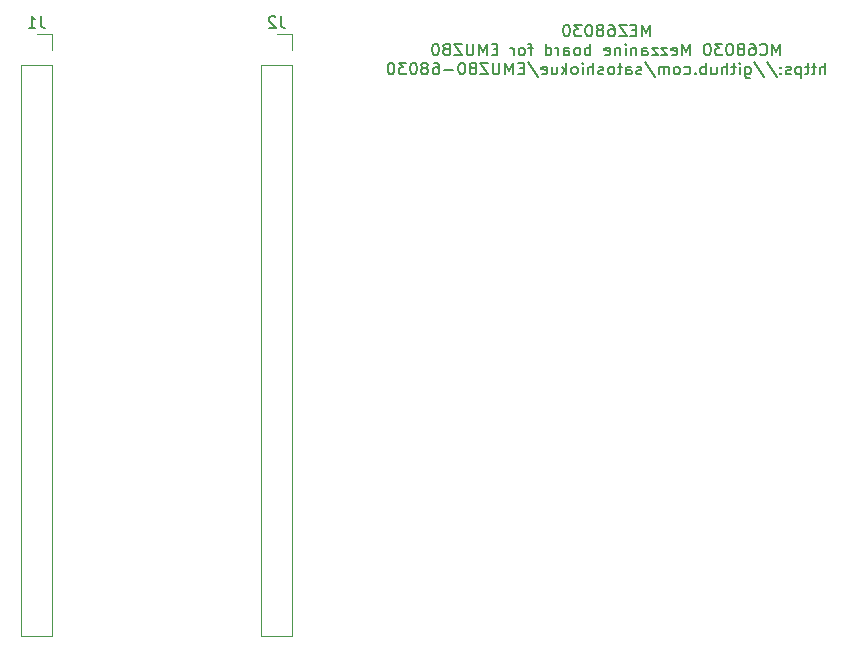
<source format=gbo>
G04 #@! TF.GenerationSoftware,KiCad,Pcbnew,(6.0.10-0)*
G04 #@! TF.CreationDate,2022-12-27T17:00:43+09:00*
G04 #@! TF.ProjectId,MEZ68030,4d455a36-3830-4333-902e-6b696361645f,A*
G04 #@! TF.SameCoordinates,PX5f5e100PY8f0d180*
G04 #@! TF.FileFunction,Legend,Bot*
G04 #@! TF.FilePolarity,Positive*
%FSLAX46Y46*%
G04 Gerber Fmt 4.6, Leading zero omitted, Abs format (unit mm)*
G04 Created by KiCad (PCBNEW (6.0.10-0)) date 2022-12-27 17:00:43*
%MOMM*%
%LPD*%
G01*
G04 APERTURE LIST*
%ADD10C,0.200000*%
%ADD11C,0.150000*%
%ADD12C,0.120000*%
G04 APERTURE END LIST*
D10*
X55712857Y53862620D02*
X55712857Y54862620D01*
X55379523Y54148334D01*
X55046190Y54862620D01*
X55046190Y53862620D01*
X54570000Y54386429D02*
X54236666Y54386429D01*
X54093809Y53862620D02*
X54570000Y53862620D01*
X54570000Y54862620D01*
X54093809Y54862620D01*
X53760476Y54862620D02*
X53093809Y54862620D01*
X53760476Y53862620D01*
X53093809Y53862620D01*
X52284285Y54862620D02*
X52474761Y54862620D01*
X52570000Y54815000D01*
X52617619Y54767381D01*
X52712857Y54624524D01*
X52760476Y54434048D01*
X52760476Y54053096D01*
X52712857Y53957858D01*
X52665238Y53910239D01*
X52570000Y53862620D01*
X52379523Y53862620D01*
X52284285Y53910239D01*
X52236666Y53957858D01*
X52189047Y54053096D01*
X52189047Y54291191D01*
X52236666Y54386429D01*
X52284285Y54434048D01*
X52379523Y54481667D01*
X52570000Y54481667D01*
X52665238Y54434048D01*
X52712857Y54386429D01*
X52760476Y54291191D01*
X51617619Y54434048D02*
X51712857Y54481667D01*
X51760476Y54529286D01*
X51808095Y54624524D01*
X51808095Y54672143D01*
X51760476Y54767381D01*
X51712857Y54815000D01*
X51617619Y54862620D01*
X51427142Y54862620D01*
X51331904Y54815000D01*
X51284285Y54767381D01*
X51236666Y54672143D01*
X51236666Y54624524D01*
X51284285Y54529286D01*
X51331904Y54481667D01*
X51427142Y54434048D01*
X51617619Y54434048D01*
X51712857Y54386429D01*
X51760476Y54338810D01*
X51808095Y54243572D01*
X51808095Y54053096D01*
X51760476Y53957858D01*
X51712857Y53910239D01*
X51617619Y53862620D01*
X51427142Y53862620D01*
X51331904Y53910239D01*
X51284285Y53957858D01*
X51236666Y54053096D01*
X51236666Y54243572D01*
X51284285Y54338810D01*
X51331904Y54386429D01*
X51427142Y54434048D01*
X50617619Y54862620D02*
X50522380Y54862620D01*
X50427142Y54815000D01*
X50379523Y54767381D01*
X50331904Y54672143D01*
X50284285Y54481667D01*
X50284285Y54243572D01*
X50331904Y54053096D01*
X50379523Y53957858D01*
X50427142Y53910239D01*
X50522380Y53862620D01*
X50617619Y53862620D01*
X50712857Y53910239D01*
X50760476Y53957858D01*
X50808095Y54053096D01*
X50855714Y54243572D01*
X50855714Y54481667D01*
X50808095Y54672143D01*
X50760476Y54767381D01*
X50712857Y54815000D01*
X50617619Y54862620D01*
X49950952Y54862620D02*
X49331904Y54862620D01*
X49665238Y54481667D01*
X49522380Y54481667D01*
X49427142Y54434048D01*
X49379523Y54386429D01*
X49331904Y54291191D01*
X49331904Y54053096D01*
X49379523Y53957858D01*
X49427142Y53910239D01*
X49522380Y53862620D01*
X49808095Y53862620D01*
X49903333Y53910239D01*
X49950952Y53957858D01*
X48712857Y54862620D02*
X48617619Y54862620D01*
X48522380Y54815000D01*
X48474761Y54767381D01*
X48427142Y54672143D01*
X48379523Y54481667D01*
X48379523Y54243572D01*
X48427142Y54053096D01*
X48474761Y53957858D01*
X48522380Y53910239D01*
X48617619Y53862620D01*
X48712857Y53862620D01*
X48808095Y53910239D01*
X48855714Y53957858D01*
X48903333Y54053096D01*
X48950952Y54243572D01*
X48950952Y54481667D01*
X48903333Y54672143D01*
X48855714Y54767381D01*
X48808095Y54815000D01*
X48712857Y54862620D01*
X66784285Y52252620D02*
X66784285Y53252620D01*
X66450952Y52538334D01*
X66117619Y53252620D01*
X66117619Y52252620D01*
X65070000Y52347858D02*
X65117619Y52300239D01*
X65260476Y52252620D01*
X65355714Y52252620D01*
X65498571Y52300239D01*
X65593809Y52395477D01*
X65641428Y52490715D01*
X65689047Y52681191D01*
X65689047Y52824048D01*
X65641428Y53014524D01*
X65593809Y53109762D01*
X65498571Y53205000D01*
X65355714Y53252620D01*
X65260476Y53252620D01*
X65117619Y53205000D01*
X65070000Y53157381D01*
X64212857Y53252620D02*
X64403333Y53252620D01*
X64498571Y53205000D01*
X64546190Y53157381D01*
X64641428Y53014524D01*
X64689047Y52824048D01*
X64689047Y52443096D01*
X64641428Y52347858D01*
X64593809Y52300239D01*
X64498571Y52252620D01*
X64308095Y52252620D01*
X64212857Y52300239D01*
X64165238Y52347858D01*
X64117619Y52443096D01*
X64117619Y52681191D01*
X64165238Y52776429D01*
X64212857Y52824048D01*
X64308095Y52871667D01*
X64498571Y52871667D01*
X64593809Y52824048D01*
X64641428Y52776429D01*
X64689047Y52681191D01*
X63546190Y52824048D02*
X63641428Y52871667D01*
X63689047Y52919286D01*
X63736666Y53014524D01*
X63736666Y53062143D01*
X63689047Y53157381D01*
X63641428Y53205000D01*
X63546190Y53252620D01*
X63355714Y53252620D01*
X63260476Y53205000D01*
X63212857Y53157381D01*
X63165238Y53062143D01*
X63165238Y53014524D01*
X63212857Y52919286D01*
X63260476Y52871667D01*
X63355714Y52824048D01*
X63546190Y52824048D01*
X63641428Y52776429D01*
X63689047Y52728810D01*
X63736666Y52633572D01*
X63736666Y52443096D01*
X63689047Y52347858D01*
X63641428Y52300239D01*
X63546190Y52252620D01*
X63355714Y52252620D01*
X63260476Y52300239D01*
X63212857Y52347858D01*
X63165238Y52443096D01*
X63165238Y52633572D01*
X63212857Y52728810D01*
X63260476Y52776429D01*
X63355714Y52824048D01*
X62546190Y53252620D02*
X62450952Y53252620D01*
X62355714Y53205000D01*
X62308095Y53157381D01*
X62260476Y53062143D01*
X62212857Y52871667D01*
X62212857Y52633572D01*
X62260476Y52443096D01*
X62308095Y52347858D01*
X62355714Y52300239D01*
X62450952Y52252620D01*
X62546190Y52252620D01*
X62641428Y52300239D01*
X62689047Y52347858D01*
X62736666Y52443096D01*
X62784285Y52633572D01*
X62784285Y52871667D01*
X62736666Y53062143D01*
X62689047Y53157381D01*
X62641428Y53205000D01*
X62546190Y53252620D01*
X61879523Y53252620D02*
X61260476Y53252620D01*
X61593809Y52871667D01*
X61450952Y52871667D01*
X61355714Y52824048D01*
X61308095Y52776429D01*
X61260476Y52681191D01*
X61260476Y52443096D01*
X61308095Y52347858D01*
X61355714Y52300239D01*
X61450952Y52252620D01*
X61736666Y52252620D01*
X61831904Y52300239D01*
X61879523Y52347858D01*
X60641428Y53252620D02*
X60546190Y53252620D01*
X60450952Y53205000D01*
X60403333Y53157381D01*
X60355714Y53062143D01*
X60308095Y52871667D01*
X60308095Y52633572D01*
X60355714Y52443096D01*
X60403333Y52347858D01*
X60450952Y52300239D01*
X60546190Y52252620D01*
X60641428Y52252620D01*
X60736666Y52300239D01*
X60784285Y52347858D01*
X60831904Y52443096D01*
X60879523Y52633572D01*
X60879523Y52871667D01*
X60831904Y53062143D01*
X60784285Y53157381D01*
X60736666Y53205000D01*
X60641428Y53252620D01*
X59117619Y52252620D02*
X59117619Y53252620D01*
X58784285Y52538334D01*
X58450952Y53252620D01*
X58450952Y52252620D01*
X57593809Y52300239D02*
X57689047Y52252620D01*
X57879523Y52252620D01*
X57974761Y52300239D01*
X58022380Y52395477D01*
X58022380Y52776429D01*
X57974761Y52871667D01*
X57879523Y52919286D01*
X57689047Y52919286D01*
X57593809Y52871667D01*
X57546190Y52776429D01*
X57546190Y52681191D01*
X58022380Y52585953D01*
X57212857Y52919286D02*
X56689047Y52919286D01*
X57212857Y52252620D01*
X56689047Y52252620D01*
X56403333Y52919286D02*
X55879523Y52919286D01*
X56403333Y52252620D01*
X55879523Y52252620D01*
X55070000Y52252620D02*
X55070000Y52776429D01*
X55117619Y52871667D01*
X55212857Y52919286D01*
X55403333Y52919286D01*
X55498571Y52871667D01*
X55070000Y52300239D02*
X55165238Y52252620D01*
X55403333Y52252620D01*
X55498571Y52300239D01*
X55546190Y52395477D01*
X55546190Y52490715D01*
X55498571Y52585953D01*
X55403333Y52633572D01*
X55165238Y52633572D01*
X55070000Y52681191D01*
X54593809Y52919286D02*
X54593809Y52252620D01*
X54593809Y52824048D02*
X54546190Y52871667D01*
X54450952Y52919286D01*
X54308095Y52919286D01*
X54212857Y52871667D01*
X54165238Y52776429D01*
X54165238Y52252620D01*
X53689047Y52252620D02*
X53689047Y52919286D01*
X53689047Y53252620D02*
X53736666Y53205000D01*
X53689047Y53157381D01*
X53641428Y53205000D01*
X53689047Y53252620D01*
X53689047Y53157381D01*
X53212857Y52919286D02*
X53212857Y52252620D01*
X53212857Y52824048D02*
X53165238Y52871667D01*
X53070000Y52919286D01*
X52927142Y52919286D01*
X52831904Y52871667D01*
X52784285Y52776429D01*
X52784285Y52252620D01*
X51927142Y52300239D02*
X52022380Y52252620D01*
X52212857Y52252620D01*
X52308095Y52300239D01*
X52355714Y52395477D01*
X52355714Y52776429D01*
X52308095Y52871667D01*
X52212857Y52919286D01*
X52022380Y52919286D01*
X51927142Y52871667D01*
X51879523Y52776429D01*
X51879523Y52681191D01*
X52355714Y52585953D01*
X50689047Y52252620D02*
X50689047Y53252620D01*
X50689047Y52871667D02*
X50593809Y52919286D01*
X50403333Y52919286D01*
X50308095Y52871667D01*
X50260476Y52824048D01*
X50212857Y52728810D01*
X50212857Y52443096D01*
X50260476Y52347858D01*
X50308095Y52300239D01*
X50403333Y52252620D01*
X50593809Y52252620D01*
X50689047Y52300239D01*
X49641428Y52252620D02*
X49736666Y52300239D01*
X49784285Y52347858D01*
X49831904Y52443096D01*
X49831904Y52728810D01*
X49784285Y52824048D01*
X49736666Y52871667D01*
X49641428Y52919286D01*
X49498571Y52919286D01*
X49403333Y52871667D01*
X49355714Y52824048D01*
X49308095Y52728810D01*
X49308095Y52443096D01*
X49355714Y52347858D01*
X49403333Y52300239D01*
X49498571Y52252620D01*
X49641428Y52252620D01*
X48450952Y52252620D02*
X48450952Y52776429D01*
X48498571Y52871667D01*
X48593809Y52919286D01*
X48784285Y52919286D01*
X48879523Y52871667D01*
X48450952Y52300239D02*
X48546190Y52252620D01*
X48784285Y52252620D01*
X48879523Y52300239D01*
X48927142Y52395477D01*
X48927142Y52490715D01*
X48879523Y52585953D01*
X48784285Y52633572D01*
X48546190Y52633572D01*
X48450952Y52681191D01*
X47974761Y52252620D02*
X47974761Y52919286D01*
X47974761Y52728810D02*
X47927142Y52824048D01*
X47879523Y52871667D01*
X47784285Y52919286D01*
X47689047Y52919286D01*
X46927142Y52252620D02*
X46927142Y53252620D01*
X46927142Y52300239D02*
X47022380Y52252620D01*
X47212857Y52252620D01*
X47308095Y52300239D01*
X47355714Y52347858D01*
X47403333Y52443096D01*
X47403333Y52728810D01*
X47355714Y52824048D01*
X47308095Y52871667D01*
X47212857Y52919286D01*
X47022380Y52919286D01*
X46927142Y52871667D01*
X45831904Y52919286D02*
X45450952Y52919286D01*
X45689047Y52252620D02*
X45689047Y53109762D01*
X45641428Y53205000D01*
X45546190Y53252620D01*
X45450952Y53252620D01*
X44974761Y52252620D02*
X45070000Y52300239D01*
X45117619Y52347858D01*
X45165238Y52443096D01*
X45165238Y52728810D01*
X45117619Y52824048D01*
X45070000Y52871667D01*
X44974761Y52919286D01*
X44831904Y52919286D01*
X44736666Y52871667D01*
X44689047Y52824048D01*
X44641428Y52728810D01*
X44641428Y52443096D01*
X44689047Y52347858D01*
X44736666Y52300239D01*
X44831904Y52252620D01*
X44974761Y52252620D01*
X44212857Y52252620D02*
X44212857Y52919286D01*
X44212857Y52728810D02*
X44165238Y52824048D01*
X44117619Y52871667D01*
X44022380Y52919286D01*
X43927142Y52919286D01*
X42831904Y52776429D02*
X42498571Y52776429D01*
X42355714Y52252620D02*
X42831904Y52252620D01*
X42831904Y53252620D01*
X42355714Y53252620D01*
X41927142Y52252620D02*
X41927142Y53252620D01*
X41593809Y52538334D01*
X41260476Y53252620D01*
X41260476Y52252620D01*
X40784285Y53252620D02*
X40784285Y52443096D01*
X40736666Y52347858D01*
X40689047Y52300239D01*
X40593809Y52252620D01*
X40403333Y52252620D01*
X40308095Y52300239D01*
X40260476Y52347858D01*
X40212857Y52443096D01*
X40212857Y53252620D01*
X39831904Y53252620D02*
X39165238Y53252620D01*
X39831904Y52252620D01*
X39165238Y52252620D01*
X38641428Y52824048D02*
X38736666Y52871667D01*
X38784285Y52919286D01*
X38831904Y53014524D01*
X38831904Y53062143D01*
X38784285Y53157381D01*
X38736666Y53205000D01*
X38641428Y53252620D01*
X38450952Y53252620D01*
X38355714Y53205000D01*
X38308095Y53157381D01*
X38260476Y53062143D01*
X38260476Y53014524D01*
X38308095Y52919286D01*
X38355714Y52871667D01*
X38450952Y52824048D01*
X38641428Y52824048D01*
X38736666Y52776429D01*
X38784285Y52728810D01*
X38831904Y52633572D01*
X38831904Y52443096D01*
X38784285Y52347858D01*
X38736666Y52300239D01*
X38641428Y52252620D01*
X38450952Y52252620D01*
X38355714Y52300239D01*
X38308095Y52347858D01*
X38260476Y52443096D01*
X38260476Y52633572D01*
X38308095Y52728810D01*
X38355714Y52776429D01*
X38450952Y52824048D01*
X37641428Y53252620D02*
X37546190Y53252620D01*
X37450952Y53205000D01*
X37403333Y53157381D01*
X37355714Y53062143D01*
X37308095Y52871667D01*
X37308095Y52633572D01*
X37355714Y52443096D01*
X37403333Y52347858D01*
X37450952Y52300239D01*
X37546190Y52252620D01*
X37641428Y52252620D01*
X37736666Y52300239D01*
X37784285Y52347858D01*
X37831904Y52443096D01*
X37879523Y52633572D01*
X37879523Y52871667D01*
X37831904Y53062143D01*
X37784285Y53157381D01*
X37736666Y53205000D01*
X37641428Y53252620D01*
X70570000Y50642620D02*
X70570000Y51642620D01*
X70141428Y50642620D02*
X70141428Y51166429D01*
X70189047Y51261667D01*
X70284285Y51309286D01*
X70427142Y51309286D01*
X70522380Y51261667D01*
X70570000Y51214048D01*
X69808095Y51309286D02*
X69427142Y51309286D01*
X69665238Y51642620D02*
X69665238Y50785477D01*
X69617619Y50690239D01*
X69522380Y50642620D01*
X69427142Y50642620D01*
X69236666Y51309286D02*
X68855714Y51309286D01*
X69093809Y51642620D02*
X69093809Y50785477D01*
X69046190Y50690239D01*
X68950952Y50642620D01*
X68855714Y50642620D01*
X68522380Y51309286D02*
X68522380Y50309286D01*
X68522380Y51261667D02*
X68427142Y51309286D01*
X68236666Y51309286D01*
X68141428Y51261667D01*
X68093809Y51214048D01*
X68046190Y51118810D01*
X68046190Y50833096D01*
X68093809Y50737858D01*
X68141428Y50690239D01*
X68236666Y50642620D01*
X68427142Y50642620D01*
X68522380Y50690239D01*
X67665238Y50690239D02*
X67570000Y50642620D01*
X67379523Y50642620D01*
X67284285Y50690239D01*
X67236666Y50785477D01*
X67236666Y50833096D01*
X67284285Y50928334D01*
X67379523Y50975953D01*
X67522380Y50975953D01*
X67617619Y51023572D01*
X67665238Y51118810D01*
X67665238Y51166429D01*
X67617619Y51261667D01*
X67522380Y51309286D01*
X67379523Y51309286D01*
X67284285Y51261667D01*
X66808095Y50737858D02*
X66760476Y50690239D01*
X66808095Y50642620D01*
X66855714Y50690239D01*
X66808095Y50737858D01*
X66808095Y50642620D01*
X66808095Y51261667D02*
X66760476Y51214048D01*
X66808095Y51166429D01*
X66855714Y51214048D01*
X66808095Y51261667D01*
X66808095Y51166429D01*
X65617619Y51690239D02*
X66474761Y50404524D01*
X64570000Y51690239D02*
X65427142Y50404524D01*
X63808095Y51309286D02*
X63808095Y50499762D01*
X63855714Y50404524D01*
X63903333Y50356905D01*
X63998571Y50309286D01*
X64141428Y50309286D01*
X64236666Y50356905D01*
X63808095Y50690239D02*
X63903333Y50642620D01*
X64093809Y50642620D01*
X64189047Y50690239D01*
X64236666Y50737858D01*
X64284285Y50833096D01*
X64284285Y51118810D01*
X64236666Y51214048D01*
X64189047Y51261667D01*
X64093809Y51309286D01*
X63903333Y51309286D01*
X63808095Y51261667D01*
X63331904Y50642620D02*
X63331904Y51309286D01*
X63331904Y51642620D02*
X63379523Y51595000D01*
X63331904Y51547381D01*
X63284285Y51595000D01*
X63331904Y51642620D01*
X63331904Y51547381D01*
X62998571Y51309286D02*
X62617619Y51309286D01*
X62855714Y51642620D02*
X62855714Y50785477D01*
X62808095Y50690239D01*
X62712857Y50642620D01*
X62617619Y50642620D01*
X62284285Y50642620D02*
X62284285Y51642620D01*
X61855714Y50642620D02*
X61855714Y51166429D01*
X61903333Y51261667D01*
X61998571Y51309286D01*
X62141428Y51309286D01*
X62236666Y51261667D01*
X62284285Y51214048D01*
X60950952Y51309286D02*
X60950952Y50642620D01*
X61379523Y51309286D02*
X61379523Y50785477D01*
X61331904Y50690239D01*
X61236666Y50642620D01*
X61093809Y50642620D01*
X60998571Y50690239D01*
X60950952Y50737858D01*
X60474761Y50642620D02*
X60474761Y51642620D01*
X60474761Y51261667D02*
X60379523Y51309286D01*
X60189047Y51309286D01*
X60093809Y51261667D01*
X60046190Y51214048D01*
X59998571Y51118810D01*
X59998571Y50833096D01*
X60046190Y50737858D01*
X60093809Y50690239D01*
X60189047Y50642620D01*
X60379523Y50642620D01*
X60474761Y50690239D01*
X59570000Y50737858D02*
X59522380Y50690239D01*
X59570000Y50642620D01*
X59617619Y50690239D01*
X59570000Y50737858D01*
X59570000Y50642620D01*
X58665238Y50690239D02*
X58760476Y50642620D01*
X58950952Y50642620D01*
X59046190Y50690239D01*
X59093809Y50737858D01*
X59141428Y50833096D01*
X59141428Y51118810D01*
X59093809Y51214048D01*
X59046190Y51261667D01*
X58950952Y51309286D01*
X58760476Y51309286D01*
X58665238Y51261667D01*
X58093809Y50642620D02*
X58189047Y50690239D01*
X58236666Y50737858D01*
X58284285Y50833096D01*
X58284285Y51118810D01*
X58236666Y51214048D01*
X58189047Y51261667D01*
X58093809Y51309286D01*
X57950952Y51309286D01*
X57855714Y51261667D01*
X57808095Y51214048D01*
X57760476Y51118810D01*
X57760476Y50833096D01*
X57808095Y50737858D01*
X57855714Y50690239D01*
X57950952Y50642620D01*
X58093809Y50642620D01*
X57331904Y50642620D02*
X57331904Y51309286D01*
X57331904Y51214048D02*
X57284285Y51261667D01*
X57189047Y51309286D01*
X57046190Y51309286D01*
X56950952Y51261667D01*
X56903333Y51166429D01*
X56903333Y50642620D01*
X56903333Y51166429D02*
X56855714Y51261667D01*
X56760476Y51309286D01*
X56617619Y51309286D01*
X56522380Y51261667D01*
X56474761Y51166429D01*
X56474761Y50642620D01*
X55284285Y51690239D02*
X56141428Y50404524D01*
X54998571Y50690239D02*
X54903333Y50642620D01*
X54712857Y50642620D01*
X54617619Y50690239D01*
X54570000Y50785477D01*
X54570000Y50833096D01*
X54617619Y50928334D01*
X54712857Y50975953D01*
X54855714Y50975953D01*
X54950952Y51023572D01*
X54998571Y51118810D01*
X54998571Y51166429D01*
X54950952Y51261667D01*
X54855714Y51309286D01*
X54712857Y51309286D01*
X54617619Y51261667D01*
X53712857Y50642620D02*
X53712857Y51166429D01*
X53760476Y51261667D01*
X53855714Y51309286D01*
X54046190Y51309286D01*
X54141428Y51261667D01*
X53712857Y50690239D02*
X53808095Y50642620D01*
X54046190Y50642620D01*
X54141428Y50690239D01*
X54189047Y50785477D01*
X54189047Y50880715D01*
X54141428Y50975953D01*
X54046190Y51023572D01*
X53808095Y51023572D01*
X53712857Y51071191D01*
X53379523Y51309286D02*
X52998571Y51309286D01*
X53236666Y51642620D02*
X53236666Y50785477D01*
X53189047Y50690239D01*
X53093809Y50642620D01*
X52998571Y50642620D01*
X52522380Y50642620D02*
X52617619Y50690239D01*
X52665238Y50737858D01*
X52712857Y50833096D01*
X52712857Y51118810D01*
X52665238Y51214048D01*
X52617619Y51261667D01*
X52522380Y51309286D01*
X52379523Y51309286D01*
X52284285Y51261667D01*
X52236666Y51214048D01*
X52189047Y51118810D01*
X52189047Y50833096D01*
X52236666Y50737858D01*
X52284285Y50690239D01*
X52379523Y50642620D01*
X52522380Y50642620D01*
X51808095Y50690239D02*
X51712857Y50642620D01*
X51522380Y50642620D01*
X51427142Y50690239D01*
X51379523Y50785477D01*
X51379523Y50833096D01*
X51427142Y50928334D01*
X51522380Y50975953D01*
X51665238Y50975953D01*
X51760476Y51023572D01*
X51808095Y51118810D01*
X51808095Y51166429D01*
X51760476Y51261667D01*
X51665238Y51309286D01*
X51522380Y51309286D01*
X51427142Y51261667D01*
X50950952Y50642620D02*
X50950952Y51642620D01*
X50522380Y50642620D02*
X50522380Y51166429D01*
X50570000Y51261667D01*
X50665238Y51309286D01*
X50808095Y51309286D01*
X50903333Y51261667D01*
X50950952Y51214048D01*
X50046190Y50642620D02*
X50046190Y51309286D01*
X50046190Y51642620D02*
X50093809Y51595000D01*
X50046190Y51547381D01*
X49998571Y51595000D01*
X50046190Y51642620D01*
X50046190Y51547381D01*
X49427142Y50642620D02*
X49522380Y50690239D01*
X49570000Y50737858D01*
X49617619Y50833096D01*
X49617619Y51118810D01*
X49570000Y51214048D01*
X49522380Y51261667D01*
X49427142Y51309286D01*
X49284285Y51309286D01*
X49189047Y51261667D01*
X49141428Y51214048D01*
X49093809Y51118810D01*
X49093809Y50833096D01*
X49141428Y50737858D01*
X49189047Y50690239D01*
X49284285Y50642620D01*
X49427142Y50642620D01*
X48665238Y50642620D02*
X48665238Y51642620D01*
X48570000Y51023572D02*
X48284285Y50642620D01*
X48284285Y51309286D02*
X48665238Y50928334D01*
X47427142Y51309286D02*
X47427142Y50642620D01*
X47855714Y51309286D02*
X47855714Y50785477D01*
X47808095Y50690239D01*
X47712857Y50642620D01*
X47570000Y50642620D01*
X47474761Y50690239D01*
X47427142Y50737858D01*
X46570000Y50690239D02*
X46665238Y50642620D01*
X46855714Y50642620D01*
X46950952Y50690239D01*
X46998571Y50785477D01*
X46998571Y51166429D01*
X46950952Y51261667D01*
X46855714Y51309286D01*
X46665238Y51309286D01*
X46570000Y51261667D01*
X46522380Y51166429D01*
X46522380Y51071191D01*
X46998571Y50975953D01*
X45379523Y51690239D02*
X46236666Y50404524D01*
X45046190Y51166429D02*
X44712857Y51166429D01*
X44570000Y50642620D02*
X45046190Y50642620D01*
X45046190Y51642620D01*
X44570000Y51642620D01*
X44141428Y50642620D02*
X44141428Y51642620D01*
X43808095Y50928334D01*
X43474761Y51642620D01*
X43474761Y50642620D01*
X42998571Y51642620D02*
X42998571Y50833096D01*
X42950952Y50737858D01*
X42903333Y50690239D01*
X42808095Y50642620D01*
X42617619Y50642620D01*
X42522380Y50690239D01*
X42474761Y50737858D01*
X42427142Y50833096D01*
X42427142Y51642620D01*
X42046190Y51642620D02*
X41379523Y51642620D01*
X42046190Y50642620D01*
X41379523Y50642620D01*
X40855714Y51214048D02*
X40950952Y51261667D01*
X40998571Y51309286D01*
X41046190Y51404524D01*
X41046190Y51452143D01*
X40998571Y51547381D01*
X40950952Y51595000D01*
X40855714Y51642620D01*
X40665238Y51642620D01*
X40570000Y51595000D01*
X40522380Y51547381D01*
X40474761Y51452143D01*
X40474761Y51404524D01*
X40522380Y51309286D01*
X40570000Y51261667D01*
X40665238Y51214048D01*
X40855714Y51214048D01*
X40950952Y51166429D01*
X40998571Y51118810D01*
X41046190Y51023572D01*
X41046190Y50833096D01*
X40998571Y50737858D01*
X40950952Y50690239D01*
X40855714Y50642620D01*
X40665238Y50642620D01*
X40570000Y50690239D01*
X40522380Y50737858D01*
X40474761Y50833096D01*
X40474761Y51023572D01*
X40522380Y51118810D01*
X40570000Y51166429D01*
X40665238Y51214048D01*
X39855714Y51642620D02*
X39760476Y51642620D01*
X39665238Y51595000D01*
X39617619Y51547381D01*
X39570000Y51452143D01*
X39522380Y51261667D01*
X39522380Y51023572D01*
X39570000Y50833096D01*
X39617619Y50737858D01*
X39665238Y50690239D01*
X39760476Y50642620D01*
X39855714Y50642620D01*
X39950952Y50690239D01*
X39998571Y50737858D01*
X40046190Y50833096D01*
X40093809Y51023572D01*
X40093809Y51261667D01*
X40046190Y51452143D01*
X39998571Y51547381D01*
X39950952Y51595000D01*
X39855714Y51642620D01*
X39093809Y51023572D02*
X38331904Y51023572D01*
X37427142Y51642620D02*
X37617619Y51642620D01*
X37712857Y51595000D01*
X37760476Y51547381D01*
X37855714Y51404524D01*
X37903333Y51214048D01*
X37903333Y50833096D01*
X37855714Y50737858D01*
X37808095Y50690239D01*
X37712857Y50642620D01*
X37522380Y50642620D01*
X37427142Y50690239D01*
X37379523Y50737858D01*
X37331904Y50833096D01*
X37331904Y51071191D01*
X37379523Y51166429D01*
X37427142Y51214048D01*
X37522380Y51261667D01*
X37712857Y51261667D01*
X37808095Y51214048D01*
X37855714Y51166429D01*
X37903333Y51071191D01*
X36760476Y51214048D02*
X36855714Y51261667D01*
X36903333Y51309286D01*
X36950952Y51404524D01*
X36950952Y51452143D01*
X36903333Y51547381D01*
X36855714Y51595000D01*
X36760476Y51642620D01*
X36570000Y51642620D01*
X36474761Y51595000D01*
X36427142Y51547381D01*
X36379523Y51452143D01*
X36379523Y51404524D01*
X36427142Y51309286D01*
X36474761Y51261667D01*
X36570000Y51214048D01*
X36760476Y51214048D01*
X36855714Y51166429D01*
X36903333Y51118810D01*
X36950952Y51023572D01*
X36950952Y50833096D01*
X36903333Y50737858D01*
X36855714Y50690239D01*
X36760476Y50642620D01*
X36570000Y50642620D01*
X36474761Y50690239D01*
X36427142Y50737858D01*
X36379523Y50833096D01*
X36379523Y51023572D01*
X36427142Y51118810D01*
X36474761Y51166429D01*
X36570000Y51214048D01*
X35760476Y51642620D02*
X35665238Y51642620D01*
X35570000Y51595000D01*
X35522380Y51547381D01*
X35474761Y51452143D01*
X35427142Y51261667D01*
X35427142Y51023572D01*
X35474761Y50833096D01*
X35522380Y50737858D01*
X35570000Y50690239D01*
X35665238Y50642620D01*
X35760476Y50642620D01*
X35855714Y50690239D01*
X35903333Y50737858D01*
X35950952Y50833096D01*
X35998571Y51023572D01*
X35998571Y51261667D01*
X35950952Y51452143D01*
X35903333Y51547381D01*
X35855714Y51595000D01*
X35760476Y51642620D01*
X35093809Y51642620D02*
X34474761Y51642620D01*
X34808095Y51261667D01*
X34665238Y51261667D01*
X34570000Y51214048D01*
X34522380Y51166429D01*
X34474761Y51071191D01*
X34474761Y50833096D01*
X34522380Y50737858D01*
X34570000Y50690239D01*
X34665238Y50642620D01*
X34950952Y50642620D01*
X35046190Y50690239D01*
X35093809Y50737858D01*
X33855714Y51642620D02*
X33760476Y51642620D01*
X33665238Y51595000D01*
X33617619Y51547381D01*
X33570000Y51452143D01*
X33522380Y51261667D01*
X33522380Y51023572D01*
X33570000Y50833096D01*
X33617619Y50737858D01*
X33665238Y50690239D01*
X33760476Y50642620D01*
X33855714Y50642620D01*
X33950952Y50690239D01*
X33998571Y50737858D01*
X34046190Y50833096D01*
X34093809Y51023572D01*
X34093809Y51261667D01*
X34046190Y51452143D01*
X33998571Y51547381D01*
X33950952Y51595000D01*
X33855714Y51642620D01*
D11*
X24463333Y55582620D02*
X24463333Y54868334D01*
X24510952Y54725477D01*
X24606190Y54630239D01*
X24749047Y54582620D01*
X24844285Y54582620D01*
X24034761Y55487381D02*
X23987142Y55535000D01*
X23891904Y55582620D01*
X23653809Y55582620D01*
X23558571Y55535000D01*
X23510952Y55487381D01*
X23463333Y55392143D01*
X23463333Y55296905D01*
X23510952Y55154048D01*
X24082380Y54582620D01*
X23463333Y54582620D01*
X4143333Y55582620D02*
X4143333Y54868334D01*
X4190952Y54725477D01*
X4286190Y54630239D01*
X4429047Y54582620D01*
X4524285Y54582620D01*
X3143333Y54582620D02*
X3714761Y54582620D01*
X3429047Y54582620D02*
X3429047Y55582620D01*
X3524285Y55439762D01*
X3619523Y55344524D01*
X3714761Y55296905D01*
D12*
X22800000Y51435000D02*
X22800000Y3115000D01*
X25460000Y51435000D02*
X25460000Y3115000D01*
X25460000Y3115000D02*
X22800000Y3115000D01*
X25460000Y51435000D02*
X22800000Y51435000D01*
X25460000Y54035000D02*
X24130000Y54035000D01*
X25460000Y52705000D02*
X25460000Y54035000D01*
X5140000Y3115000D02*
X2480000Y3115000D01*
X5140000Y54035000D02*
X3810000Y54035000D01*
X5140000Y51435000D02*
X2480000Y51435000D01*
X2480000Y51435000D02*
X2480000Y3115000D01*
X5140000Y52705000D02*
X5140000Y54035000D01*
X5140000Y51435000D02*
X5140000Y3115000D01*
M02*

</source>
